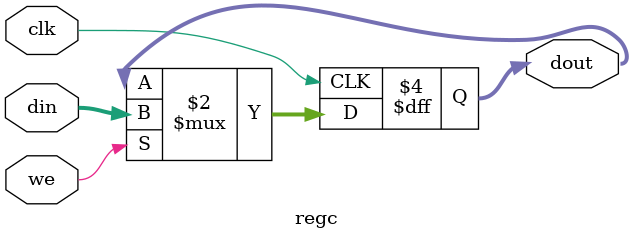
<source format=sv>
module regc(
    input logic clk,
    input logic we,
    input logic [31:0] din,
    output logic [31:0] dout
);
    always_ff @(posedge clk) begin
        if (we)
            dout <= din;
    end
endmodule
</source>
